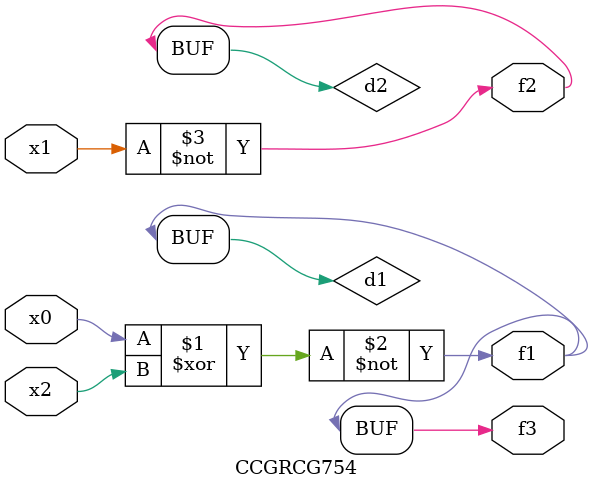
<source format=v>
module CCGRCG754(
	input x0, x1, x2,
	output f1, f2, f3
);

	wire d1, d2, d3;

	xnor (d1, x0, x2);
	nand (d2, x1);
	nor (d3, x1, x2);
	assign f1 = d1;
	assign f2 = d2;
	assign f3 = d1;
endmodule

</source>
